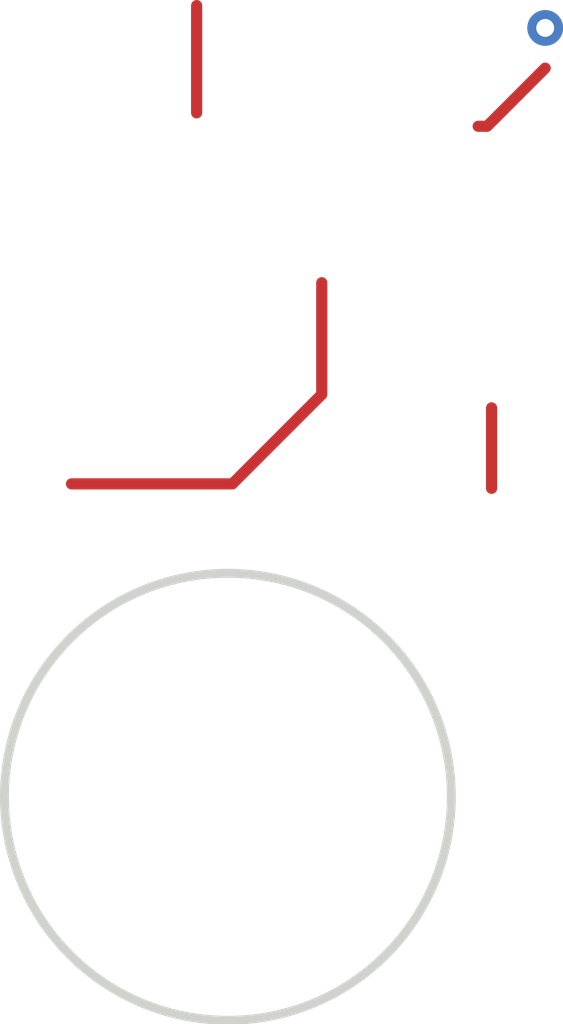
<source format=kicad_pcb>
(kicad_pcb (version 20171130) (host pcbnew "(5.1.9)-1")

  (general
    (thickness 1.6)
    (drawings 1)
    (tracks 8)
    (zones 0)
    (modules 0)
    (nets 1)
  )

  (page A4)
  (layers
    (0 F.Cu signal)
    (31 B.Cu signal)
    (32 B.Adhes user)
    (33 F.Adhes user)
    (34 B.Paste user)
    (35 F.Paste user)
    (36 B.SilkS user)
    (37 F.SilkS user)
    (38 B.Mask user)
    (39 F.Mask user)
    (40 Dwgs.User user)
    (41 Cmts.User user)
    (42 Eco1.User user)
    (43 Eco2.User user)
    (44 Edge.Cuts user)
    (45 Margin user)
    (46 B.CrtYd user)
    (47 F.CrtYd user)
    (48 B.Fab user)
    (49 F.Fab user)
  )

  (setup
    (last_trace_width 0.25)
    (trace_clearance 0.2)
    (zone_clearance 0.508)
    (zone_45_only no)
    (trace_min 0.2)
    (via_size 0.8)
    (via_drill 0.4)
    (via_min_size 0.4)
    (via_min_drill 0.3)
    (uvia_size 0.3)
    (uvia_drill 0.1)
    (uvias_allowed no)
    (uvia_min_size 0.2)
    (uvia_min_drill 0.1)
    (edge_width 0.05)
    (segment_width 0.2)
    (pcb_text_width 0.3)
    (pcb_text_size 1.5 1.5)
    (mod_edge_width 0.12)
    (mod_text_size 1 1)
    (mod_text_width 0.15)
    (pad_size 1.524 1.524)
    (pad_drill 0.762)
    (pad_to_mask_clearance 0)
    (aux_axis_origin 0 0)
    (visible_elements 7FFFFFFF)
    (pcbplotparams
      (layerselection 0x010fc_ffffffff)
      (usegerberextensions false)
      (usegerberattributes true)
      (usegerberadvancedattributes true)
      (creategerberjobfile true)
      (excludeedgelayer true)
      (linewidth 0.100000)
      (plotframeref false)
      (viasonmask false)
      (mode 1)
      (useauxorigin false)
      (hpglpennumber 1)
      (hpglpenspeed 20)
      (hpglpendiameter 15.000000)
      (psnegative false)
      (psa4output false)
      (plotreference true)
      (plotvalue true)
      (plotinvisibletext false)
      (padsonsilk false)
      (subtractmaskfromsilk false)
      (outputformat 1)
      (mirror false)
      (drillshape 1)
      (scaleselection 1)
      (outputdirectory ""))
  )

  (net 0 "")

  (net_class Default "This is the default net class."
    (clearance 0.2)
    (trace_width 0.25)
    (via_dia 0.8)
    (via_drill 0.4)
    (uvia_dia 0.3)
    (uvia_drill 0.1)
  )

  (gr_circle (center 6.2 8.7) (end 11.2 8.7) (layer Edge.Cuts) (width 0.2))

  (segment (start 2.7 1.7) (end 6.3 1.7) (width 0.25) (layer F.Cu) (net 0))
  (segment (start 6.3 1.7) (end 8.3 -0.3) (width 0.25) (layer F.Cu) (net 0))
  (segment (start 8.3 -0.3) (end 8.3 -2.8) (width 0.25) (layer F.Cu) (net 0))
  (via (at 13.3 -8.5) (size 0.8) (drill 0.4) (layers F.Cu B.Cu) (net 0))
  (segment (start 12 -6.3) (end 13.3 -7.6) (width 0.25) (layer F.Cu) (net 0))
  (segment (start 11.8 -6.3) (end 12 -6.3) (width 0.25) (layer F.Cu) (net 0))
  (segment (start 12.1 1.8) (end 12.1 0) (width 0.25) (layer F.Cu) (net 0))
  (segment (start 5.5 -6.6) (end 5.5 -9) (width 0.25) (layer F.Cu) (net 0))

)

</source>
